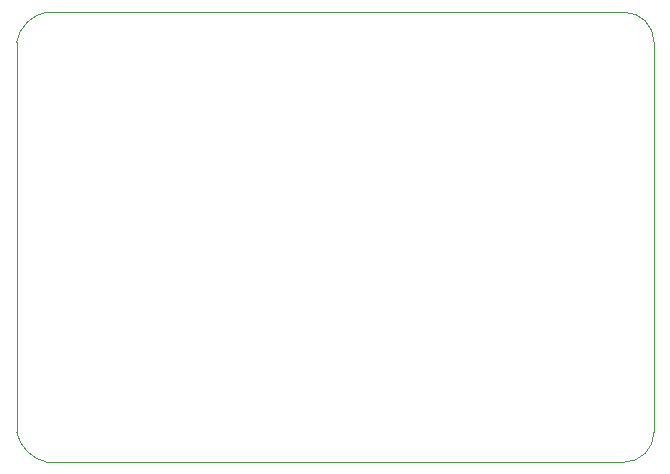
<source format=gbr>
%TF.GenerationSoftware,KiCad,Pcbnew,6.0.2+dfsg-1*%
%TF.CreationDate,2022-06-14T19:44:07-04:00*%
%TF.ProjectId,NanoISP,4e616e6f-4953-4502-9e6b-696361645f70,rev?*%
%TF.SameCoordinates,PX6521e48PY1aa54a0*%
%TF.FileFunction,Profile,NP*%
%FSLAX46Y46*%
G04 Gerber Fmt 4.6, Leading zero omitted, Abs format (unit mm)*
G04 Created by KiCad (PCBNEW 6.0.2+dfsg-1) date 2022-06-14 19:44:07*
%MOMM*%
%LPD*%
G01*
G04 APERTURE LIST*
%TA.AperFunction,Profile*%
%ADD10C,0.100000*%
%TD*%
G04 APERTURE END LIST*
D10*
X51435000Y-38100000D02*
G75*
G03*
X53975000Y-35560000I-1J2540001D01*
G01*
X51435000Y-38100000D02*
X2540000Y-38100000D01*
X53975000Y-2540000D02*
X53975000Y-35560000D01*
X0Y-35560000D02*
G75*
G03*
X2540000Y-38100000I3277421J737421D01*
G01*
X0Y-35560000D02*
X0Y-2540000D01*
X2540000Y0D02*
G75*
G03*
X0Y-2540000I593249J-3133249D01*
G01*
X2540000Y0D02*
X51435000Y0D01*
X53975000Y-2540000D02*
G75*
G03*
X51435000Y0I-2540001J-1D01*
G01*
M02*

</source>
